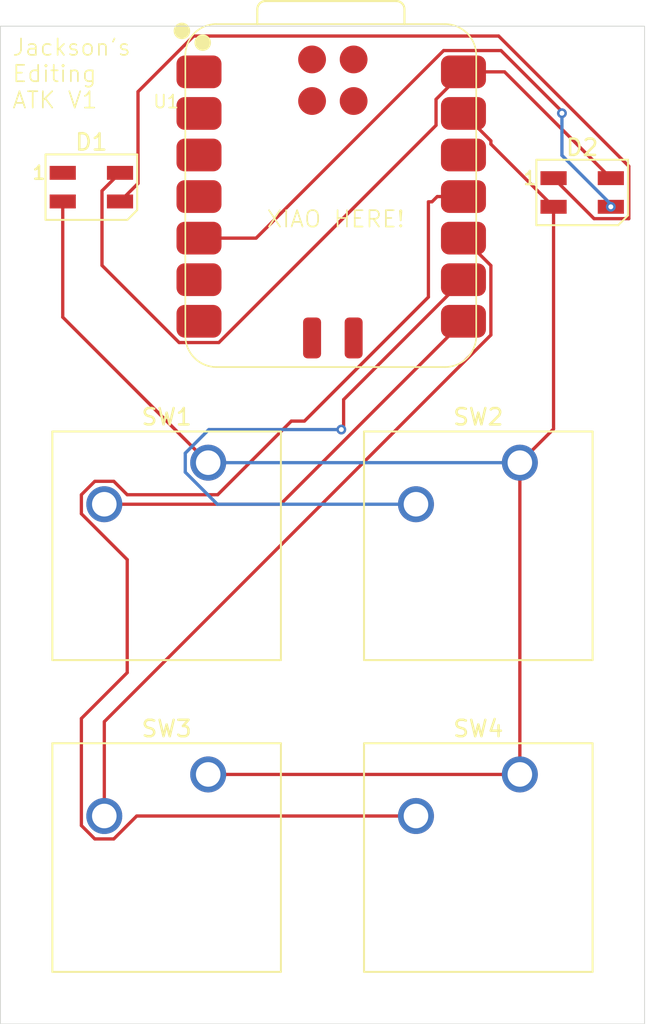
<source format=kicad_pcb>
(kicad_pcb (version 20241229) (generator "pcbnew") (generator_version "9.0")
  (layers (0 "F.Cu" signal) (2 "B.Cu" signal) (13 "F.Paste" user) (15 "B.Paste" user) (5 "F.SilkS" user "F.Silkscreen") (7 "B.SilkS" user "B.Silkscreen") (1 "F.Mask" user) (3 "B.Mask" user) (25 "Edge.Cuts" user))
  (net 0 "")
  (net 1 "Net-(D1-DIN)")
  (net 2 "+5V")
  (net 4 "GND")
  (net 5 "Net-(D2-DIN)")
  (net 6 "Net-(U1-GPIO1{slash}RX)")
  (net 7 "Net-(U1-GPIO2{slash}SCK)")
  (net 8 "Net-(U1-GPIO4{slash}MISO)")
  (net 9 "Net-(U1-GPIO3{slash}MOSI)")
  (net 14 "unconnected-(U1-GPIO26{slash}ADC0{slash}A0-Pad1)")
  (footprint "Button_Switch_Keyboard:SW_Cherry_MX_1.00u_PCB" (layer "F.Cu") (at 147.32 123.19)
    (property "Reference" "SW3" (at -2.54 -2.794 0) (layer "F.SilkS"))
    (property "Value" "SW_Push")
    (fp_line (start -9.525 -1.905) (end 4.445 -1.905) (stroke (width 0.12)) (layer "F.SilkS"))
    (fp_line (start -9.525 12.065) (end -9.525 -1.905) (stroke (width 0.12)) (layer "F.SilkS"))
    (fp_line (start 4.445 -1.905) (end 4.445 12.065) (stroke (width 0.12)) (layer "F.SilkS"))
    (fp_line (start 4.445 12.065) (end -9.525 12.065) (stroke (width 0.12)) (layer "F.SilkS"))
    (pad "" np_thru_hole circle (at -7.62 5.08) (size 1.7 1.7) (drill 1.7) (layers "*.Cu" "*.Mask"))
    (pad "" np_thru_hole circle (at -2.54 5.08) (size 4 4) (drill 4) (layers "*.Cu" "*.Mask"))
    (pad "" np_thru_hole circle (at 2.54 5.08) (size 1.7 1.7) (drill 1.7) (layers "*.Cu" "*.Mask"))
    (pad "1" thru_hole circle (at 0 0) (size 2.2 2.2) (drill 1.5) (layers "*.Cu" "*.Mask") (net 4 "GND"))
    (pad "2" thru_hole circle (at -6.35 2.54) (size 2.2 2.2) (drill 1.5) (layers "*.Cu" "*.Mask") (net 8 "Net-(U1-GPIO4{slash}MISO)"))
  )
  (footprint "Button_Switch_Keyboard:SW_Cherry_MX_1.00u_PCB" (layer "F.Cu") (at 166.37 123.19)
    (property "Reference" "SW4" (at -2.54 -2.794 0) (layer "F.SilkS"))
    (property "Value" "SW_Push")
    (fp_line (start -9.525 -1.905) (end 4.445 -1.905) (stroke (width 0.12)) (layer "F.SilkS"))
    (fp_line (start -9.525 12.065) (end -9.525 -1.905) (stroke (width 0.12)) (layer "F.SilkS"))
    (fp_line (start 4.445 -1.905) (end 4.445 12.065) (stroke (width 0.12)) (layer "F.SilkS"))
    (fp_line (start 4.445 12.065) (end -9.525 12.065) (stroke (width 0.12)) (layer "F.SilkS"))
    (pad "" np_thru_hole circle (at -7.62 5.08) (size 1.7 1.7) (drill 1.7) (layers "*.Cu" "*.Mask"))
    (pad "" np_thru_hole circle (at -2.54 5.08) (size 4 4) (drill 4) (layers "*.Cu" "*.Mask"))
    (pad "" np_thru_hole circle (at 2.54 5.08) (size 1.7 1.7) (drill 1.7) (layers "*.Cu" "*.Mask"))
    (pad "1" thru_hole circle (at 0 0) (size 2.2 2.2) (drill 1.5) (layers "*.Cu" "*.Mask") (net 4 "GND"))
    (pad "2" thru_hole circle (at -6.35 2.54) (size 2.2 2.2) (drill 1.5) (layers "*.Cu" "*.Mask") (net 9 "Net-(U1-GPIO3{slash}MOSI)"))
  )
  (footprint "Button_Switch_Keyboard:SW_Cherry_MX_1.00u_PCB" (layer "F.Cu") (at 166.37 104.14)
    (property "Reference" "SW2" (at -2.54 -2.794 0) (layer "F.SilkS"))
    (property "Value" "SW_Push")
    (fp_line (start -9.525 -1.905) (end 4.445 -1.905) (stroke (width 0.12)) (layer "F.SilkS"))
    (fp_line (start -9.525 12.065) (end -9.525 -1.905) (stroke (width 0.12)) (layer "F.SilkS"))
    (fp_line (start 4.445 -1.905) (end 4.445 12.065) (stroke (width 0.12)) (layer "F.SilkS"))
    (fp_line (start 4.445 12.065) (end -9.525 12.065) (stroke (width 0.12)) (layer "F.SilkS"))
    (pad "" np_thru_hole circle (at -7.62 5.08) (size 1.7 1.7) (drill 1.7) (layers "*.Cu" "*.Mask"))
    (pad "" np_thru_hole circle (at -2.54 5.08) (size 4 4) (drill 4) (layers "*.Cu" "*.Mask"))
    (pad "" np_thru_hole circle (at 2.54 5.08) (size 1.7 1.7) (drill 1.7) (layers "*.Cu" "*.Mask"))
    (pad "1" thru_hole circle (at 0 0) (size 2.2 2.2) (drill 1.5) (layers "*.Cu" "*.Mask") (net 4 "GND"))
    (pad "2" thru_hole circle (at -6.35 2.54) (size 2.2 2.2) (drill 1.5) (layers "*.Cu" "*.Mask") (net 7 "Net-(U1-GPIO2{slash}SCK)"))
  )
  (footprint "LED_SMD:LED_SK6812MINI_PLCC4_3.5x3.5mm_P1.75mm" (layer "F.Cu") (at 170.18 87.63)
    (property "Reference" "D2" (at 0 -2.75 0) (layer "F.SilkS"))
    (property "Value" "SK6812MINI")
    (fp_line (start -2.8 -2) (end -2.8 2) (stroke (width 0.12)) (layer "F.SilkS"))
    (fp_line (start -2.8 -2) (end 2.8 -2) (stroke (width 0.12)) (layer "F.SilkS"))
    (fp_line (start -2.8 2) (end 2.2 2) (stroke (width 0.12)) (layer "F.SilkS"))
    (fp_line (start 2.8 1.4) (end 2.2 2) (stroke (width 0.12)) (layer "F.SilkS"))
    (fp_line (start 2.8 1.4) (end 2.8 -2) (stroke (width 0.12)) (layer "F.SilkS"))
    (fp_text user "1" (at -3.2 -0.875 0) (layer "F.SilkS") (effects (font (size 0.8 0.8))))
    (pad "1" smd rect (at -1.75 -0.875) (size 1.6 0.85) (layers "F.Cu" "F.Mask" "F.Paste") (net 1 "Net-(D1-DIN)"))
    (pad "2" smd rect (at -1.75 0.875) (size 1.6 0.85) (layers "F.Cu" "F.Mask" "F.Paste") (net 4 "GND"))
    (pad "3" smd rect (at 1.75 0.875) (size 1.6 0.85) (layers "F.Cu" "F.Mask" "F.Paste") (net 5 "Net-(D2-DIN)"))
    (pad "4" smd rect (at 1.75 -0.875) (size 1.6 0.85) (layers "F.Cu" "F.Mask" "F.Paste") (net 2 "+5V"))
  )
  (footprint "Button_Switch_Keyboard:SW_Cherry_MX_1.00u_PCB" (layer "F.Cu") (at 147.32 104.14)
    (property "Reference" "SW1" (at -2.54 -2.794 0) (layer "F.SilkS"))
    (property "Value" "SW_Push")
    (fp_line (start -9.525 -1.905) (end 4.445 -1.905) (stroke (width 0.12)) (layer "F.SilkS"))
    (fp_line (start -9.525 12.065) (end -9.525 -1.905) (stroke (width 0.12)) (layer "F.SilkS"))
    (fp_line (start 4.445 -1.905) (end 4.445 12.065) (stroke (width 0.12)) (layer "F.SilkS"))
    (fp_line (start 4.445 12.065) (end -9.525 12.065) (stroke (width 0.12)) (layer "F.SilkS"))
    (pad "" np_thru_hole circle (at -7.62 5.08) (size 1.7 1.7) (drill 1.7) (layers "*.Cu" "*.Mask"))
    (pad "" np_thru_hole circle (at -2.54 5.08) (size 4 4) (drill 4) (layers "*.Cu" "*.Mask"))
    (pad "" np_thru_hole circle (at 2.54 5.08) (size 1.7 1.7) (drill 1.7) (layers "*.Cu" "*.Mask"))
    (pad "1" thru_hole circle (at 0 0) (size 2.2 2.2) (drill 1.5) (layers "*.Cu" "*.Mask") (net 4 "GND"))
    (pad "2" thru_hole circle (at -6.35 2.54) (size 2.2 2.2) (drill 1.5) (layers "*.Cu" "*.Mask") (net 6 "Net-(U1-GPIO1{slash}RX)"))
  )
  (footprint "OPL_Kicad_Library-master:XIAO-RP2040-SMD" (layer "F.Cu") (at 154.758 87.88)
    (property "Reference" "U1" (at -10.858 -5.34 0) (layer "F.SilkS") (effects (font (size 0.78232 0.78232) (thickness 0.10668)) (justify left bottom)))
    (property "Value" "XIAO-RP2040-DIP")
    (fp_line (start -8.835 8.513) (end -8.835 -8.632) (stroke (width 0.1)) (layer "F.SilkS"))
    (fp_line (start -6.93 10.418) (end 7.04 10.418) (stroke (width 0.1)) (layer "F.SilkS"))
    (fp_line (start -4.44 -10.537) (end -4.436272 -11.447272) (stroke (width 0.127)) (layer "F.SilkS"))
    (fp_line (start -3.936272 -11.947) (end 4.059 -11.947) (stroke (width 0.127)) (layer "F.SilkS"))
    (fp_line (start 4.559 -11.447) (end 4.559 -10.537) (stroke (width 0.127)) (layer "F.SilkS"))
    (fp_line (start 7.04 -10.537) (end -6.93 -10.537) (stroke (width 0.1)) (layer "F.SilkS"))
    (fp_line (start 8.945 8.513) (end 8.945 -8.632) (stroke (width 0.1)) (layer "F.SilkS"))
    (fp_arc (start -8.835 -8.636) (mid -8.277038 -9.983038) (end -6.93 -10.541) (stroke (width 0.1)) (layer "F.SilkS"))
    (fp_arc (start -6.93 10.418) (mid -8.277038 9.860038) (end -8.835 8.513) (stroke (width 0.1)) (layer "F.SilkS"))
    (fp_arc (start -4.436272 -11.447272) (mid -4.289724 -11.800644) (end -3.936272 -11.947) (stroke (width 0.127)) (layer "F.SilkS"))
    (fp_arc (start 4.059 -11.947) (mid 4.412553 -11.800553) (end 4.559 -11.447) (stroke (width 0.127)) (layer "F.SilkS"))
    (fp_arc (start 7.04 -10.537) (mid 8.387038 -9.979038) (end 8.945 -8.632) (stroke (width 0.1)) (layer "F.SilkS"))
    (fp_arc (start 8.945 8.513) (mid 8.387038 9.860038) (end 7.04 10.418) (stroke (width 0.1)) (layer "F.SilkS"))
    (fp_circle (center -9.045 -10.121) (end -9.045 -10.375) (stroke (width 0.5)) (fill yes) (layer "F.SilkS"))
    (fp_circle (center -7.771 -9.404) (end -7.771 -9.658) (stroke (width 0.5)) (fill yes) (layer "F.SilkS"))
    (pad "1" smd roundrect (at -8 -7.62) (size 2.75 2) (layers "F.Cu" "F.Mask" "F.Paste") (net 14 "unconnected-(U1-GPIO26{slash}ADC0{slash}A0-Pad1)"))
    (pad "2" smd roundrect (at -8 -5.08) (size 2.75 2) (layers "F.Cu" "F.Mask" "F.Paste"))
    (pad "3" smd roundrect (at -8 -2.54) (size 2.75 2) (layers "F.Cu" "F.Mask" "F.Paste"))
    (pad "4" smd roundrect (at -8 0) (size 2.75 2) (layers "F.Cu" "F.Mask" "F.Paste"))
    (pad "5" smd roundrect (at -8 2.54) (size 2.75 2) (layers "F.Cu" "F.Mask" "F.Paste") (net 5 "Net-(D2-DIN)"))
    (pad "6" smd roundrect (at -8 5.08) (size 2.75 2) (layers "F.Cu" "F.Mask" "F.Paste"))
    (pad "7" smd roundrect (at -8 7.62) (size 2.75 2) (layers "F.Cu" "F.Mask" "F.Paste"))
    (pad "8" smd roundrect (at 8.165 7.62) (size 2.75 2) (layers "F.Cu" "F.Mask" "F.Paste") (net 6 "Net-(U1-GPIO1{slash}RX)"))
    (pad "9" smd roundrect (at 8.165 5.08) (size 2.75 2) (layers "F.Cu" "F.Mask" "F.Paste") (net 7 "Net-(U1-GPIO2{slash}SCK)"))
    (pad "10" smd roundrect (at 8.165 2.54) (size 2.75 2) (layers "F.Cu" "F.Mask" "F.Paste") (net 8 "Net-(U1-GPIO4{slash}MISO)"))
    (pad "11" smd roundrect (at 8.165 0) (size 2.75 2) (layers "F.Cu" "F.Mask" "F.Paste") (net 9 "Net-(U1-GPIO3{slash}MOSI)"))
    (pad "12" smd roundrect (at 8.165 -2.54) (size 2.75 2) (layers "F.Cu" "F.Mask" "F.Paste"))
    (pad "13" smd roundrect (at 8.165 -5.08) (size 2.75 2) (layers "F.Cu" "F.Mask" "F.Paste") (net 4 "GND"))
    (pad "14" smd roundrect (at 8.165 -7.62) (size 2.75 2) (layers "F.Cu" "F.Mask" "F.Paste") (net 2 "+5V"))
    (pad "15" smd roundrect (at -1.088 8.64 270) (size 2.5 1.1) (layers "F.Cu" "F.Mask" "F.Paste"))
    (pad "16" smd roundrect (at 1.452 8.64 270) (size 2.5 1.1) (layers "F.Cu" "F.Mask" "F.Paste"))
    (pad "17" smd circle (at -1.088 -8.378) (size 1.7 1.7) (layers "F.Cu" "F.Mask" "F.Paste"))
    (pad "18" smd circle (at 1.452 -8.378) (size 1.7 1.7) (layers "F.Cu" "F.Mask" "F.Paste"))
    (pad "19" smd circle (at -1.088 -5.838) (size 1.7 1.7) (layers "F.Cu" "F.Mask" "F.Paste"))
    (pad "20" smd circle (at 1.452 -5.838) (size 1.7 1.7) (layers "F.Cu" "F.Mask" "F.Paste"))
  )
  (footprint "LED_SMD:LED_SK6812MINI_PLCC4_3.5x3.5mm_P1.75mm" (layer "F.Cu") (at 140.18 87.305)
    (property "Reference" "D1" (at 0 -2.75 0) (layer "F.SilkS"))
    (property "Value" "SK6812MINI")
    (fp_line (start -2.8 -2) (end -2.8 2) (stroke (width 0.12)) (layer "F.SilkS"))
    (fp_line (start -2.8 -2) (end 2.8 -2) (stroke (width 0.12)) (layer "F.SilkS"))
    (fp_line (start -2.8 2) (end 2.2 2) (stroke (width 0.12)) (layer "F.SilkS"))
    (fp_line (start 2.8 1.4) (end 2.2 2) (stroke (width 0.12)) (layer "F.SilkS"))
    (fp_line (start 2.8 1.4) (end 2.8 -2) (stroke (width 0.12)) (layer "F.SilkS"))
    (fp_text user "1" (at -3.2 -0.875 0) (layer "F.SilkS") (effects (font (size 0.8 0.8))))
    (pad "1" smd rect (at -1.75 -0.875) (size 1.6 0.85) (layers "F.Cu" "F.Mask" "F.Paste"))
    (pad "2" smd rect (at -1.75 0.875) (size 1.6 0.85) (layers "F.Cu" "F.Mask" "F.Paste") (net 4 "GND"))
    (pad "3" smd rect (at 1.75 0.875) (size 1.6 0.85) (layers "F.Cu" "F.Mask" "F.Paste") (net 1 "Net-(D1-DIN)"))
    (pad "4" smd rect (at 1.75 -0.875) (size 1.6 0.85) (layers "F.Cu" "F.Mask" "F.Paste") (net 2 "+5V"))
  )
  (gr_rect (start 134.62 77.47) (end 173.99 138.43) (stroke (width 0.05)) (fill no) (layer "Edge.Cuts"))
  (gr_text "XIAO HERE!" (at 150.83 89.84 0) (layer "F.SilkS") (effects (font (size 1 1) (thickness 0.1)) (justify left bottom)))
  (gr_text "Jackson's\nEditing\nATK V1" (at 135.29 82.57 0) (layer "F.SilkS") (effects (font (size 1 1) (thickness 0.1)) (justify left bottom)))
  (segment (start 165.073 78.071) (end 146.431942 78.071) (width 0.2) (layer "F.Cu") (net 1))
  (segment (start 143.031 87.079) (end 141.93 88.18) (width 0.2) (layer "F.Cu") (net 1))
  (segment (start 173.031 86.029) (end 165.073 78.071) (width 0.2) (layer "F.Cu") (net 1))
  (segment (start 143.031 81.471942) (end 143.031 87.079) (width 0.2) (layer "F.Cu") (net 1))
  (segment (start 170.906 89.231) (end 168.43 86.755) (width 0.2) (layer "F.Cu") (net 1))
  (segment (start 173.031 89.231) (end 173.031 86.029) (width 0.2) (layer "F.Cu") (net 1))
  (segment (start 141.93 88.18) (end 141.93 87.94) (width 0.2) (layer "F.Cu") (net 1))
  (segment (start 170.906 89.231) (end 173.031 89.231) (width 0.2) (layer "F.Cu") (net 1))
  (segment (start 146.431942 78.071) (end 143.031 81.471942) (width 0.2) (layer "F.Cu") (net 1))
  (segment (start 141.93 86.43) (end 140.829 87.531) (width 0.2) (layer "F.Cu") (net 2))
  (segment (start 161.247 83.526058) (end 161.247 81.936) (width 0.2) (layer "F.Cu") (net 2))
  (segment (start 162.923 80.26) (end 165.435 80.26) (width 0.2) (layer "F.Cu") (net 2))
  (segment (start 140.829 87.531) (end 140.829 92.086058) (width 0.2) (layer "F.Cu") (net 2))
  (segment (start 161.247 81.936) (end 162.923 80.26) (width 0.2) (layer "F.Cu") (net 2))
  (segment (start 165.435 80.26) (end 171.93 86.755) (width 0.2) (layer "F.Cu") (net 2))
  (segment (start 145.543942 96.801) (end 147.972058 96.801) (width 0.2) (layer "F.Cu") (net 2))
  (segment (start 140.829 92.086058) (end 145.543942 96.801) (width 0.2) (layer "F.Cu") (net 2))
  (segment (start 147.972058 96.801) (end 161.247 83.526058) (width 0.2) (layer "F.Cu") (net 2))
  (segment (start 164.599 84.674) (end 164.599 84.476) (width 0.2) (layer "F.Cu") (net 4))
  (segment (start 147.32 123.19) (end 166.37 123.19) (width 0.2) (layer "F.Cu") (net 4))
  (segment (start 168.43 88.505) (end 164.599 84.674) (width 0.2) (layer "F.Cu") (net 4))
  (segment (start 138.43 95.25) (end 147.32 104.14) (width 0.2) (layer "F.Cu") (net 4))
  (segment (start 164.599 84.476) (end 162.923 82.8) (width 0.2) (layer "F.Cu") (net 4))
  (segment (start 168.43 88.505) (end 168.43 102.08) (width 0.2) (layer "F.Cu") (net 4))
  (segment (start 138.43 88.18) (end 138.43 95.25) (width 0.2) (layer "F.Cu") (net 4))
  (segment (start 166.37 123.19) (end 166.37 104.14) (width 0.2) (layer "F.Cu") (net 4))
  (segment (start 168.43 102.08) (end 166.37 104.14) (width 0.2) (layer "F.Cu") (net 4))
  (segment (start 166.37 104.14) (end 147.32 104.14) (width 0.2) (layer "B.Cu") (net 4))
  (segment (start 168.89 82.63) (end 168.89 82.73653) (width 0.2) (layer "F.Cu") (net 5))
  (segment (start 171.93 88.505) (end 172.1 88.675) (width 0.2) (layer "F.Cu") (net 5))
  (segment (start 168.89 82.73653) (end 168.941735 82.788265) (width 0.2) (layer "F.Cu") (net 5))
  (segment (start 150.247942 90.42) (end 161.708942 78.959) (width 0.2) (layer "F.Cu") (net 5))
  (segment (start 165.219 78.959) (end 168.89 82.63) (width 0.2) (layer "F.Cu") (net 5))
  (segment (start 146.758 90.42) (end 150.247942 90.42) (width 0.2) (layer "F.Cu") (net 5))
  (segment (start 161.708942 78.959) (end 165.219 78.959) (width 0.2) (layer "F.Cu") (net 5))
  (via (at 171.93 88.505) (size 0.6) (drill 0.3) (layers "F.Cu" "B.Cu") (net 5))
  (via (at 168.941735 82.788265) (size 0.6) (drill 0.3) (layers "F.Cu" "B.Cu") (net 5))
  (segment (start 168.941735 85.361735) (end 171.98 88.4) (width 0.2) (layer "B.Cu") (net 5))
  (segment (start 171.98 88.4) (end 171.98 88.455) (width 0.2) (layer "B.Cu") (net 5))
  (segment (start 171.98 88.455) (end 171.93 88.505) (width 0.2) (layer "B.Cu") (net 5))
  (segment (start 168.941735 82.788265) (end 168.94 82.79) (width 0.2) (layer "B.Cu") (net 5))
  (segment (start 168.941735 82.788265) (end 168.941735 85.361735) (width 0.2) (layer "B.Cu") (net 5))
  (segment (start 140.97 106.68) (end 151.743 106.68) (width 0.2) (layer "F.Cu") (net 6))
  (segment (start 151.743 106.68) (end 162.923 95.5) (width 0.2) (layer "F.Cu") (net 6))
  (segment (start 155.59795 102.25795) (end 155.457235 102.117235) (width 0.2) (layer "F.Cu") (net 7))
  (segment (start 162.923 92.96) (end 155.59795 100.28505) (width 0.2) (layer "F.Cu") (net 7))
  (segment (start 155.59795 100.28505) (end 155.59795 102.25795) (width 0.2) (layer "F.Cu") (net 7))
  (via (at 155.457235 102.117235) (size 0.6) (drill 0.3) (layers "F.Cu" "B.Cu") (net 7))
  (segment (start 145.919 103.559686) (end 147.361451 102.117235) (width 0.2) (layer "B.Cu") (net 7))
  (segment (start 147.878686 106.68) (end 145.919 104.720314) (width 0.2) (layer "B.Cu") (net 7))
  (segment (start 160.02 106.68) (end 147.878686 106.68) (width 0.2) (layer "B.Cu") (net 7))
  (segment (start 145.919 104.720314) (end 145.919 103.559686) (width 0.2) (layer "B.Cu") (net 7))
  (segment (start 147.361451 102.117235) (end 155.457235 102.117235) (width 0.2) (layer "B.Cu") (net 7))
  (segment (start 164.599 92.096) (end 162.923 90.42) (width 0.2) (layer "F.Cu") (net 8))
  (segment (start 140.97 119.968058) (end 164.599 96.339058) (width 0.2) (layer "F.Cu") (net 8))
  (segment (start 164.599 96.339058) (end 164.599 92.096) (width 0.2) (layer "F.Cu") (net 8))
  (segment (start 140.97 125.73) (end 140.97 119.968058) (width 0.2) (layer "F.Cu") (net 8))
  (segment (start 141.550314 105.279) (end 140.389686 105.279) (width 0.2) (layer "F.Cu") (net 9))
  (segment (start 142.951314 125.73) (end 160.02 125.73) (width 0.2) (layer "F.Cu") (net 9))
  (segment (start 161.32 87.88) (end 162.923 87.88) (width 0.2) (layer "F.Cu") (net 9))
  (segment (start 142.371 110.062314) (end 142.371 116.971) (width 0.2) (layer "F.Cu") (net 9))
  (segment (start 160.78 88.2) (end 161 88.2) (width 0.2) (layer "F.Cu") (net 9))
  (segment (start 140.389686 105.279) (end 139.569 106.099686) (width 0.2) (layer "F.Cu") (net 9))
  (segment (start 161 88.2) (end 161.32 87.88) (width 0.2) (layer "F.Cu") (net 9))
  (segment (start 152.4 101.6) (end 153.202206 101.6) (width 0.2) (layer "F.Cu") (net 9))
  (segment (start 139.569 107.260314) (end 142.371 110.062314) (width 0.2) (layer "F.Cu") (net 9))
  (segment (start 160.78 94.022206) (end 160.78 88.2) (width 0.2) (layer "F.Cu") (net 9))
  (segment (start 142.371 116.971) (end 139.569 119.773) (width 0.2) (layer "F.Cu") (net 9))
  (segment (start 139.569 106.099686) (end 139.569 107.260314) (width 0.2) (layer "F.Cu") (net 9))
  (segment (start 153.202206 101.6) (end 160.78 94.022206) (width 0.2) (layer "F.Cu") (net 9))
  (segment (start 139.569 119.773) (end 139.569 126.310314) (width 0.2) (layer "F.Cu") (net 9))
  (segment (start 142.371 106.099686) (end 141.550314 105.279) (width 0.2) (layer "F.Cu") (net 9))
  (segment (start 152.4 101.6) (end 147.900314 106.099686) (width 0.2) (layer "F.Cu") (net 9))
  (segment (start 141.550314 127.131) (end 142.951314 125.73) (width 0.2) (layer "F.Cu") (net 9))
  (segment (start 139.569 126.310314) (end 140.389686 127.131) (width 0.2) (layer "F.Cu") (net 9))
  (segment (start 147.900314 106.099686) (end 142.371 106.099686) (width 0.2) (layer "F.Cu") (net 9))
  (segment (start 140.389686 127.131) (end 141.550314 127.131) (width 0.2) (layer "F.Cu") (net 9))
  (segment (start 146.86 80.26) (end 146.89 80.29) (width 0.2) (layer "F.Cu") (net 14))
)
</source>
